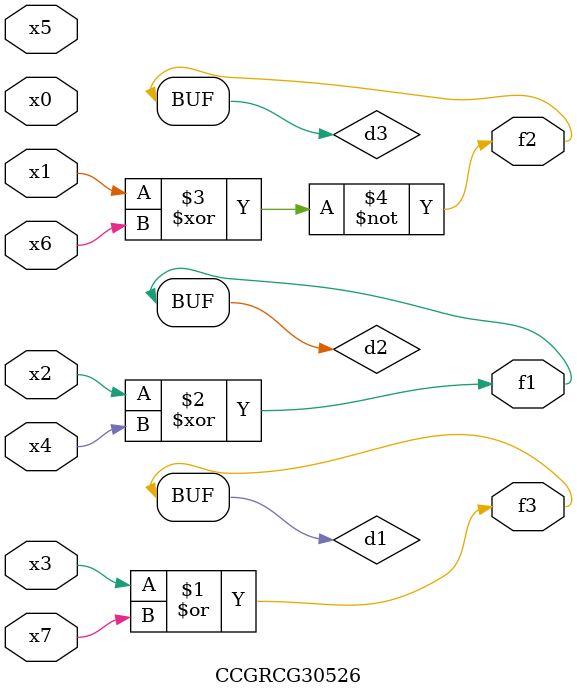
<source format=v>
module CCGRCG30526(
	input x0, x1, x2, x3, x4, x5, x6, x7,
	output f1, f2, f3
);

	wire d1, d2, d3;

	or (d1, x3, x7);
	xor (d2, x2, x4);
	xnor (d3, x1, x6);
	assign f1 = d2;
	assign f2 = d3;
	assign f3 = d1;
endmodule

</source>
